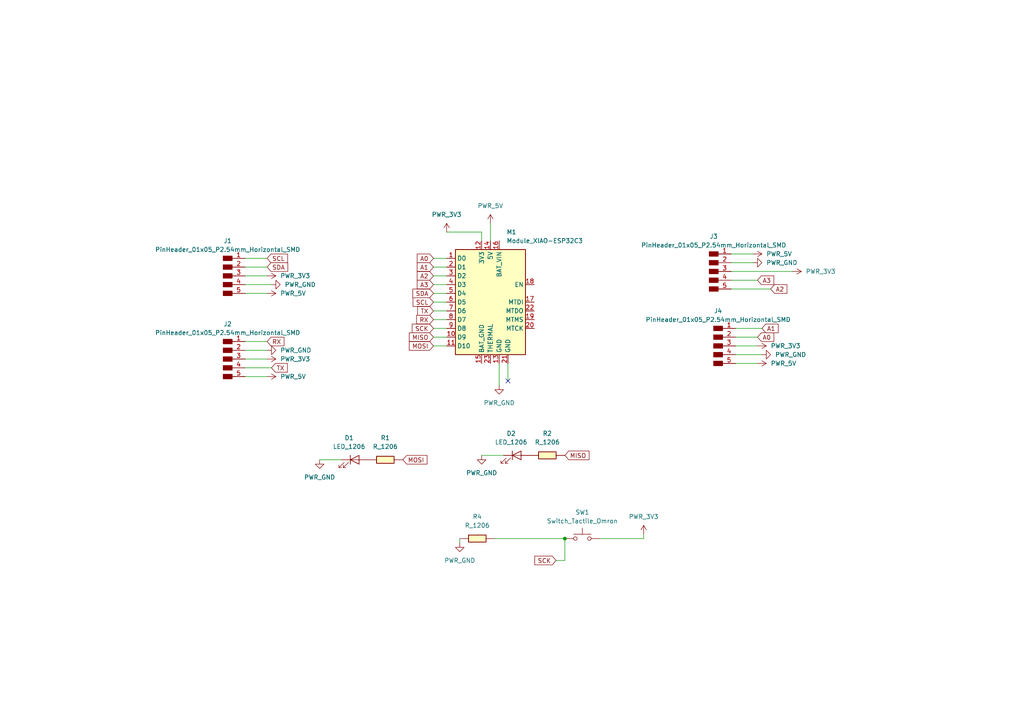
<source format=kicad_sch>
(kicad_sch (version 20250114) (generator "eeschema") (generator_version "9.0")
  (paper "A4")
  (lib_symbols
    (symbol "fab:LED_1206" (pin_numbers (hide yes)) (pin_names (offset 1.016) (hide yes))
      (property "Reference" "D" (at 0 2.54 0))
      (property "Value" "LED_1206" (at 0 -2.54 0))
      (symbol "LED_1206_0_1"
        (polyline (pts (xy -3.048 -0.762) (xy -4.572 -2.286) (xy -3.81 -2.286) (xy -4.572 -2.286) (xy -4.572 -1.524)))
        (polyline (pts (xy -1.778 -0.762) (xy -3.302 -2.286) (xy -2.54 -2.286) (xy -3.302 -2.286) (xy -3.302 -1.524)))
        (polyline (pts (xy -1.27 0) (xy 1.27 0)))
        (polyline (pts (xy -1.27 -1.27) (xy -1.27 1.27)) (stroke (width 0.2032)))
        (polyline (pts (xy 1.27 -1.27) (xy 1.27 1.27) (xy -1.27 0) (xy 1.27 -1.27)) (stroke (width 0.2032)))
      )
      (symbol "LED_1206_1_1"
        (pin passive line (at -3.81 0 0) (length 2.54) (name "K") (number "1"))
        (pin passive line (at 3.81 0 180) (length 2.54) (name "A") (number "2"))
      )
    )
    (symbol "fab:Module_XIAO-ESP32C3"
      (property "Reference" "M" (at -10.16 16.51 0))
      (property "Value" "Module_XIAO-ESP32C3" (at 3.81 16.51 0))
      (symbol "Module_XIAO-ESP32C3_1_1"
        (rectangle (start -10.16 15.24) (end 10.16 -15.24) (stroke (width 0.254)) (fill (type background)))
        (pin bidirectional line (at -12.7 12.7 0) (length 2.54) (name "D0") (number "1"))
        (pin bidirectional line (at -12.7 10.16 0) (length 2.54) (name "D1") (number "2"))
        (pin bidirectional line (at -12.7 7.62 0) (length 2.54) (name "D2") (number "3"))
        (pin bidirectional line (at -12.7 5.08 0) (length 2.54) (name "D3") (number "4"))
        (pin bidirectional line (at -12.7 2.54 0) (length 2.54) (name "D4") (number "5"))
        (pin bidirectional line (at -12.7 0 0) (length 2.54) (name "D5") (number "6"))
        (pin bidirectional line (at -12.7 -2.54 0) (length 2.54) (name "D6") (number "7"))
        (pin bidirectional line (at -12.7 -5.08 0) (length 2.54) (name "D7") (number "8"))
        (pin bidirectional line (at -12.7 -7.62 0) (length 2.54) (name "D8") (number "9"))
        (pin bidirectional line (at -12.7 -10.16 0) (length 2.54) (name "D9") (number "10"))
        (pin bidirectional line (at -12.7 -12.7 0) (length 2.54) (name "D10") (number "11"))
        (pin power_in line (at -2.54 17.78 270) (length 2.54) (name "3V3") (number "12"))
        (pin power_in line (at -2.54 -17.78 90) (length 2.54) (name "BAT_GND") (number "15"))
        (pin power_in line (at 0 17.78 270) (length 2.54) (name "5V") (number "14"))
        (pin power_in line (at 0 -17.78 90) (length 2.54) (name "THERMAL") (number "23"))
        (pin power_in line (at 2.54 17.78 270) (length 2.54) (name "BAT_VIN") (number "16"))
        (pin power_in line (at 2.54 -17.78 90) (length 2.54) (name "GND") (number "13"))
        (pin power_in line (at 5.08 -17.78 90) (length 2.54) (name "GND") (number "21"))
        (pin input line (at 12.7 5.08 180) (length 2.54) (name "EN") (number "18"))
        (pin input line (at 12.7 0 180) (length 2.54) (name "MTDI") (number "17"))
        (pin output line (at 12.7 -2.54 180) (length 2.54) (name "MTDO") (number "22"))
        (pin input line (at 12.7 -5.08 180) (length 2.54) (name "MTMS") (number "19"))
        (pin input line (at 12.7 -7.62 180) (length 2.54) (name "MTCK") (number "20"))
      )
    )
    (symbol "fab:PWR_3V3" (power) (pin_names (offset 0))
      (property "Value" "PWR_3V3" (at 0 3.556 0))
      (symbol "PWR_3V3_0_1"
        (polyline (pts (xy -0.762 1.27) (xy 0 2.54)))
        (polyline (pts (xy 0 2.54) (xy 0.762 1.27)))
        (polyline (pts (xy 0 0) (xy 0 2.54)))
      )
      (symbol "PWR_3V3_1_1"
        (pin power_in line (at 0 0 90) (length 0) (hide yes) (name "PWR_3V3") (number "1"))
      )
    )
    (symbol "fab:PWR_5V" (power) (pin_names (offset 0))
      (property "Value" "PWR_5V" (at 0 3.556 0))
      (symbol "PWR_5V_0_1"
        (polyline (pts (xy -0.762 1.27) (xy 0 2.54)))
        (polyline (pts (xy 0 2.54) (xy 0.762 1.27)))
        (polyline (pts (xy 0 0) (xy 0 2.54)))
      )
      (symbol "PWR_5V_1_1"
        (pin power_in line (at 0 0 90) (length 0) (hide yes) (name "PWR_5V") (number "1"))
      )
    )
    (symbol "fab:PWR_GND" (power) (pin_names (offset 0))
      (property "Value" "PWR_GND" (at 0 -3.81 0))
      (symbol "PWR_GND_0_1"
        (polyline (pts (xy 0 0) (xy 0 -1.27) (xy 1.27 -1.27) (xy 0 -2.54) (xy -1.27 -1.27) (xy 0 -1.27)))
      )
      (symbol "PWR_GND_1_1"
        (pin power_in line (at 0 0 270) (length 0) (hide yes) (name "PWR_GND") (number "1"))
      )
    )
    (symbol "fab:PinHeader_01x05_P2.54mm_Horizontal_SMD" (pin_names (hide yes))
      (property "Reference" "J" (at 0 7.62 0))
      (property "Value" "PinHeader_01x05_P2.54mm_Horizontal_SMD" (at 0 -7.62 0))
      (symbol "PinHeader_01x05_P2.54mm_Horizontal_SMD_1_1"
        (rectangle (start -1.27 5.715) (end 1.27 4.445) (stroke (width 0.254)) (fill (type outline)))
        (rectangle (start -1.27 3.175) (end 1.27 1.905) (stroke (width 0.254)) (fill (type outline)))
        (rectangle (start -1.27 0.635) (end 1.27 -0.635) (stroke (width 0.254)) (fill (type outline)))
        (rectangle (start -1.27 -1.905) (end 1.27 -3.175) (stroke (width 0.254)) (fill (type outline)))
        (rectangle (start -1.27 -4.445) (end 1.27 -5.715) (stroke (width 0.254)) (fill (type outline)))
        (pin passive line (at 5.08 5.08 180) (length 3.81) (name "Pin_1") (number "1"))
        (pin passive line (at 5.08 2.54 180) (length 3.81) (name "Pin_2") (number "2"))
        (pin passive line (at 5.08 0 180) (length 3.81) (name "Pin_3") (number "3"))
        (pin passive line (at 5.08 -2.54 180) (length 3.81) (name "Pin_4") (number "4"))
        (pin passive line (at 5.08 -5.08 180) (length 3.81) (name "Pin_5") (number "5"))
      )
    )
    (symbol "fab:R_1206" (pin_numbers (hide yes)) (pin_names (offset 0))
      (property "Reference" "R" (at 2.54 0 90))
      (property "Value" "R_1206" (at -2.54 0 90))
      (symbol "R_1206_0_1"
        (rectangle (start -1.016 -2.54) (end 1.016 2.54) (stroke (width 0.254)) (fill (type background)))
      )
      (symbol "R_1206_1_1"
        (pin passive line (at 0 5.08 270) (length 2.54) (name "~") (number "1"))
        (pin passive line (at 0 -5.08 90) (length 2.54) (name "~") (number "2"))
      )
    )
    (symbol "fab:Switch_Tactile_Omron" (pin_numbers (hide yes)) (pin_names (offset 1.016) (hide yes))
      (property "Reference" "SW" (at 1.27 2.54 0))
      (property "Value" "Switch_Tactile_Omron" (at 0 -1.524 0))
      (symbol "Switch_Tactile_Omron_0_1"
        (circle (center -2.032 0) (radius 0.508))
        (polyline (pts (xy 0 1.27) (xy 0 3.048)))
        (circle (center 2.032 0) (radius 0.508))
        (polyline (pts (xy 2.54 1.27) (xy -2.54 1.27)))
        (pin passive line (at -5.08 0 0) (length 2.54) (name "1") (number "1"))
        (pin passive line (at 5.08 0 180) (length 2.54) (name "2") (number "2"))
      )
    )
  )
  (junction (at 163.83 156.21))
  (no_connect (at 147.32 110.49))
  (wire (pts (xy 125.73 97.79) (xy 129.54 97.79)))
  (wire (pts (xy 129.54 67.31) (xy 139.7 67.31)))
  (wire (pts (xy 213.36 105.41) (xy 219.71 105.41)))
  (wire (pts (xy 125.73 80.01) (xy 129.54 80.01)))
  (wire (pts (xy 147.32 105.41) (xy 147.32 110.49)))
  (wire (pts (xy 125.73 90.17) (xy 129.54 90.17)))
  (wire (pts (xy 212.09 83.82) (xy 223.52 83.82)))
  (wire (pts (xy 143.51 156.21) (xy 163.83 156.21)))
  (wire (pts (xy 213.36 102.87) (xy 220.98 102.87)))
  (wire (pts (xy 125.73 74.93) (xy 129.54 74.93)))
  (wire (pts (xy 71.12 99.06) (xy 77.47 99.06)))
  (wire (pts (xy 71.12 104.14) (xy 77.47 104.14)))
  (wire (pts (xy 71.12 80.01) (xy 77.47 80.01)))
  (wire (pts (xy 133.35 156.21) (xy 133.35 157.48)))
  (wire (pts (xy 71.12 82.55) (xy 78.74 82.55)))
  (wire (pts (xy 173.99 156.21) (xy 186.69 156.21)))
  (wire (pts (xy 144.78 105.41) (xy 144.78 111.76)))
  (wire (pts (xy 213.36 100.33) (xy 219.71 100.33)))
  (wire (pts (xy 92.71 133.35) (xy 99.06 133.35)))
  (wire (pts (xy 71.12 74.93) (xy 77.47 74.93)))
  (wire (pts (xy 71.12 101.6) (xy 77.47 101.6)))
  (wire (pts (xy 142.24 64.77) (xy 142.24 69.85)))
  (wire (pts (xy 71.12 77.47) (xy 77.47 77.47)))
  (wire (pts (xy 139.7 132.08) (xy 146.05 132.08)))
  (wire (pts (xy 125.73 92.71) (xy 129.54 92.71)))
  (wire (pts (xy 161.29 162.56) (xy 163.83 162.56)))
  (wire (pts (xy 125.73 100.33) (xy 129.54 100.33)))
  (wire (pts (xy 71.12 106.68) (xy 78.74 106.68)))
  (wire (pts (xy 125.73 82.55) (xy 129.54 82.55)))
  (wire (pts (xy 212.09 78.74) (xy 229.87 78.74)))
  (wire (pts (xy 212.09 81.28) (xy 219.71 81.28)))
  (wire (pts (xy 71.12 85.09) (xy 77.47 85.09)))
  (wire (pts (xy 139.7 69.85) (xy 139.7 67.31)))
  (wire (pts (xy 212.09 73.66) (xy 218.44 73.66)))
  (wire (pts (xy 125.73 95.25) (xy 129.54 95.25)))
  (wire (pts (xy 163.83 156.21) (xy 163.83 162.56)))
  (wire (pts (xy 213.36 95.25) (xy 220.98 95.25)))
  (wire (pts (xy 125.73 87.63) (xy 129.54 87.63)))
  (wire (pts (xy 125.73 85.09) (xy 129.54 85.09)))
  (wire (pts (xy 71.12 109.22) (xy 77.47 109.22)))
  (wire (pts (xy 186.69 154.94) (xy 186.69 156.21)))
  (wire (pts (xy 213.36 97.79) (xy 219.71 97.79)))
  (wire (pts (xy 125.73 77.47) (xy 129.54 77.47)))
  (wire (pts (xy 212.09 76.2) (xy 218.44 76.2)))
  (global_label "A0" (shape input) (at 125.73 74.93 180) (property "Intersheetrefs" "${INTERSHEET_REFS}" (effects (hide yes))))
  (global_label "A2" (shape input) (at 125.73 80.01 180) (property "Intersheetrefs" "${INTERSHEET_REFS}" (effects (hide yes))))
  (global_label "A3" (shape input) (at 125.73 82.55 180) (property "Intersheetrefs" "${INTERSHEET_REFS}" (effects (hide yes))))
  (global_label "A3" (shape input) (at 219.71 81.28 0) (property "Intersheetrefs" "${INTERSHEET_REFS}" (effects (hide yes))))
  (global_label "SCL" (shape input) (at 77.47 74.93 0) (property "Intersheetrefs" "${INTERSHEET_REFS}" (effects (hide yes))))
  (global_label "TX" (shape input) (at 125.73 90.17 180) (property "Intersheetrefs" "${INTERSHEET_REFS}" (effects (hide yes))))
  (global_label "A0" (shape input) (at 219.71 97.79 0) (property "Intersheetrefs" "${INTERSHEET_REFS}" (effects (hide yes))))
  (global_label "A2" (shape input) (at 223.52 83.82 0) (property "Intersheetrefs" "${INTERSHEET_REFS}" (effects (hide yes))))
  (global_label "SDA" (shape input) (at 77.47 77.47 0) (property "Intersheetrefs" "${INTERSHEET_REFS}" (effects (hide yes))))
  (global_label "RX" (shape input) (at 77.47 99.06 0) (property "Intersheetrefs" "${INTERSHEET_REFS}" (effects (hide yes))))
  (global_label "A1" (shape input) (at 125.73 77.47 180) (property "Intersheetrefs" "${INTERSHEET_REFS}" (effects (hide yes))))
  (global_label "SDA" (shape input) (at 125.73 85.09 180) (property "Intersheetrefs" "${INTERSHEET_REFS}" (effects (hide yes))))
  (global_label "MISO" (shape input) (at 125.73 97.79 180) (property "Intersheetrefs" "${INTERSHEET_REFS}" (effects (hide yes))))
  (global_label "SCK" (shape input) (at 161.29 162.56 180) (property "Intersheetrefs" "${INTERSHEET_REFS}" (effects (hide yes))))
  (global_label "SCL" (shape input) (at 125.73 87.63 180) (property "Intersheetrefs" "${INTERSHEET_REFS}" (effects (hide yes))))
  (global_label "RX" (shape input) (at 125.73 92.71 180) (property "Intersheetrefs" "${INTERSHEET_REFS}" (effects (hide yes))))
  (global_label "MOSI" (shape input) (at 116.84 133.35 0) (property "Intersheetrefs" "${INTERSHEET_REFS}" (effects (hide yes))))
  (global_label "SCK" (shape input) (at 125.73 95.25 180) (property "Intersheetrefs" "${INTERSHEET_REFS}" (effects (hide yes))))
  (global_label "MOSI" (shape input) (at 125.73 100.33 180) (property "Intersheetrefs" "${INTERSHEET_REFS}" (effects (hide yes))))
  (global_label "A1" (shape input) (at 220.98 95.25 0) (property "Intersheetrefs" "${INTERSHEET_REFS}" (effects (hide yes))))
  (global_label "MISO" (shape input) (at 163.83 132.08 0) (property "Intersheetrefs" "${INTERSHEET_REFS}" (effects (hide yes))))
  (global_label "TX" (shape input) (at 78.74 106.68 0) (property "Intersheetrefs" "${INTERSHEET_REFS}" (effects (hide yes))))
  (symbol (lib_id "fab:PWR_5V") (at 219.71 105.41 270) (unit 1)
    (property "Reference" "#PWR010" (effects (hide yes)))
    (property "Value" "PWR_5V" (at 223.52 105.4099 90) (effects (justify left)))
    (property "Description" "Power symbol creates a global label with name \"+5V\"" (effects (hide yes)))
  )
  (symbol (lib_id "fab:PWR_3V3") (at 186.69 154.94 0) (unit 1)
    (property "Reference" "#PWR020" (effects (hide yes)))
    (property "Value" "PWR_3V3" (at 186.69 149.86 0))
    (property "Description" "Power symbol creates a global label with name \"+3V3\"" (effects (hide yes)))
  )
  (symbol (lib_id "fab:PWR_3V3") (at 229.87 78.74 270) (unit 1)
    (property "Reference" "#PWR07" (effects (hide yes)))
    (property "Value" "PWR_3V3" (at 233.68 78.7399 90) (effects (justify left)))
    (property "Description" "Power symbol creates a global label with name \"+3V3\"" (effects (hide yes)))
  )
  (symbol (lib_id "fab:PinHeader_01x05_P2.54mm_Horizontal_SMD") (at 66.04 80.01 0) (unit 1)
    (property "Reference" "J1" (at 66.04 69.85 0))
    (property "Value" "PinHeader_01x05_P2.54mm_Horizontal_SMD" (at 66.04 72.39 0))
    (property "Footprint" "fab:PinHeader_01x05_P2.54mm_Horizontal_SMD" (effects (hide yes)))
    (property "Description" "Male connector, single row" (effects (hide yes)))
  )
  (symbol (lib_id "fab:PWR_3V3") (at 219.71 100.33 270) (unit 1)
    (property "Reference" "#PWR012" (effects (hide yes)))
    (property "Value" "PWR_3V3" (at 223.52 100.3299 90) (effects (justify left)))
    (property "Description" "Power symbol creates a global label with name \"+3V3\"" (effects (hide yes)))
  )
  (symbol (lib_id "fab:PWR_GND") (at 133.35 157.48 0) (unit 1)
    (property "Reference" "#PWR021" (effects (hide yes)))
    (property "Value" "PWR_GND" (at 133.35 162.56 0))
    (property "Description" "Power symbol creates a global label with name \"GND\" , ground" (effects (hide yes)))
  )
  (symbol (lib_id "fab:Switch_Tactile_Omron") (at 168.91 156.21 0) (unit 1)
    (property "Reference" "SW1" (at 168.91 148.59 0))
    (property "Value" "Switch_Tactile_Omron" (at 168.91 151.13 0))
    (property "Footprint" "fab:Button_Omron_B3SN_6.0x6.0mm" (effects (hide yes)))
    (property "Datasheet" "https://omronfs.omron.com/en_US/ecb/products/pdf/en-b3sn.pdf" (effects (hide yes)))
    (property "Description" "Push button switch, Omron, B3SN, Sealed Tactile Switch (SMT), SPST-NO Top Actuated Surface Mount" (effects (hide yes)))
  )
  (symbol (lib_id "fab:PWR_GND") (at 92.71 133.35 0) (unit 1)
    (property "Reference" "#PWR016" (effects (hide yes)))
    (property "Value" "PWR_GND" (at 92.71 138.43 0))
    (property "Description" "Power symbol creates a global label with name \"GND\" , ground" (effects (hide yes)))
  )
  (symbol (lib_id "fab:PinHeader_01x05_P2.54mm_Horizontal_SMD") (at 208.28 100.33 0) (unit 1)
    (property "Reference" "J4" (at 208.28 90.17 0))
    (property "Value" "PinHeader_01x05_P2.54mm_Horizontal_SMD" (at 208.28 92.71 0))
    (property "Footprint" "fab:PinHeader_01x05_P2.54mm_Horizontal_SMD" (effects (hide yes)))
    (property "Description" "Male connector, single row" (effects (hide yes)))
  )
  (symbol (lib_id "fab:PinHeader_01x05_P2.54mm_Horizontal_SMD") (at 66.04 104.14 0) (unit 1)
    (property "Reference" "J2" (at 66.04 93.98 0))
    (property "Value" "PinHeader_01x05_P2.54mm_Horizontal_SMD" (at 66.04 96.52 0))
    (property "Footprint" "fab:PinHeader_01x05_P2.54mm_Horizontal_SMD" (effects (hide yes)))
    (property "Description" "Male connector, single row" (effects (hide yes)))
  )
  (symbol (lib_id "fab:PWR_GND") (at 77.47 101.6 90) (unit 1)
    (property "Reference" "#PWR04" (effects (hide yes)))
    (property "Value" "PWR_GND" (at 81.28 101.5999 90) (effects (justify right)))
    (property "Description" "Power symbol creates a global label with name \"GND\" , ground" (effects (hide yes)))
  )
  (symbol (lib_id "fab:PWR_GND") (at 139.7 132.08 0) (unit 1)
    (property "Reference" "#PWR017" (effects (hide yes)))
    (property "Value" "PWR_GND" (at 139.7 137.16 0))
    (property "Description" "Power symbol creates a global label with name \"GND\" , ground" (effects (hide yes)))
  )
  (symbol (lib_id "fab:R_1206") (at 138.43 156.21 90) (unit 1)
    (property "Reference" "R4" (at 138.43 149.86 90))
    (property "Value" "R_1206" (at 138.43 152.4 90))
    (property "Footprint" "fab:R_1206" (effects (hide yes)))
    (property "Description" "Resistor" (effects (hide yes)))
  )
  (symbol (lib_id "fab:PWR_5V") (at 77.47 109.22 270) (unit 1)
    (property "Reference" "#PWR06" (effects (hide yes)))
    (property "Value" "PWR_5V" (at 81.28 109.2199 90) (effects (justify left)))
    (property "Description" "Power symbol creates a global label with name \"+5V\"" (effects (hide yes)))
  )
  (symbol (lib_id "fab:R_1206") (at 111.76 133.35 90) (unit 1)
    (property "Reference" "R1" (at 111.76 127 90))
    (property "Value" "R_1206" (at 111.76 129.54 90))
    (property "Footprint" "fab:R_1206" (effects (hide yes)))
    (property "Description" "Resistor" (effects (hide yes)))
  )
  (symbol (lib_id "fab:PinHeader_01x05_P2.54mm_Horizontal_SMD") (at 207.01 78.74 0) (unit 1)
    (property "Reference" "J3" (at 207.01 68.58 0))
    (property "Value" "PinHeader_01x05_P2.54mm_Horizontal_SMD" (at 207.01 71.12 0))
    (property "Footprint" "fab:PinHeader_01x05_P2.54mm_Horizontal_SMD" (effects (hide yes)))
    (property "Description" "Male connector, single row" (effects (hide yes)))
  )
  (symbol (lib_id "fab:PWR_5V") (at 77.47 85.09 270) (unit 1)
    (property "Reference" "#PWR03" (effects (hide yes)))
    (property "Value" "PWR_5V" (at 81.28 85.0899 90) (effects (justify left)))
    (property "Description" "Power symbol creates a global label with name \"+5V\"" (effects (hide yes)))
  )
  (symbol (lib_id "fab:PWR_GND") (at 78.74 82.55 90) (unit 1)
    (property "Reference" "#PWR02" (effects (hide yes)))
    (property "Value" "PWR_GND" (at 82.55 82.5499 90) (effects (justify right)))
    (property "Description" "Power symbol creates a global label with name \"GND\" , ground" (effects (hide yes)))
  )
  (symbol (lib_id "fab:PWR_3V3") (at 129.54 67.31 0) (unit 1)
    (property "Reference" "#PWR015" (effects (hide yes)))
    (property "Value" "PWR_3V3" (at 129.54 62.23 0))
    (property "Description" "Power symbol creates a global label with name \"+3V3\"" (effects (hide yes)))
  )
  (symbol (lib_id "fab:PWR_3V3") (at 77.47 104.14 270) (unit 1)
    (property "Reference" "#PWR05" (effects (hide yes)))
    (property "Value" "PWR_3V3" (at 81.28 104.1399 90) (effects (justify left)))
    (property "Description" "Power symbol creates a global label with name \"+3V3\"" (effects (hide yes)))
  )
  (symbol (lib_id "fab:PWR_GND") (at 220.98 102.87 90) (unit 1)
    (property "Reference" "#PWR011" (effects (hide yes)))
    (property "Value" "PWR_GND" (at 224.79 102.8699 90) (effects (justify right)))
    (property "Description" "Power symbol creates a global label with name \"GND\" , ground" (effects (hide yes)))
  )
  (symbol (lib_id "fab:Module_XIAO-ESP32C3") (at 142.24 87.63 0) (unit 1)
    (property "Reference" "M1" (at 146.9233 67.31 0) (effects (justify left)))
    (property "Value" "Module_XIAO-ESP32C3" (at 146.9233 69.85 0) (effects (justify left)))
    (property "Footprint" "fab:SeeedStudio_XIAO_ESP32C3" (effects (hide yes)))
    (property "Datasheet" "https://wiki.seeedstudio.com/XIAO_ESP32C3_Getting_Started/" (effects (hide yes)))
    (property "Description" "ESP32-C3 Transceiver; 802.11 a/b/g/n (Wi-Fi, WiFi, WLAN), Bluetooth® Smart 4.x Low Energy (BLE) 2.4GHz Evaluation Board" (effects (hide yes)))
  )
  (symbol (lib_id "fab:PWR_3V3") (at 77.47 80.01 270) (unit 1)
    (property "Reference" "#PWR01" (effects (hide yes)))
    (property "Value" "PWR_3V3" (at 81.28 80.0099 90) (effects (justify left)))
    (property "Description" "Power symbol creates a global label with name \"+3V3\"" (effects (hide yes)))
  )
  (symbol (lib_id "fab:LED_1206") (at 149.86 132.08 0) (unit 1)
    (property "Reference" "D2" (at 148.2598 125.73 0))
    (property "Value" "LED_1206" (at 148.2598 128.27 0))
    (property "Footprint" "fab:LED_1206" (effects (hide yes)))
    (property "Datasheet" "https://optoelectronics.liteon.com/upload/download/DS-22-98-0002/LTST-C150CKT.pdf" (effects (hide yes)))
    (property "Description" "Light emitting diode, Lite-On Inc. LTST, SMD" (effects (hide yes)))
  )
  (symbol (lib_id "fab:PWR_GND") (at 144.78 111.76 0) (unit 1)
    (property "Reference" "#PWR013" (effects (hide yes)))
    (property "Value" "PWR_GND" (at 144.78 116.84 0))
    (property "Description" "Power symbol creates a global label with name \"GND\" , ground" (effects (hide yes)))
  )
  (symbol (lib_id "fab:LED_1206") (at 102.87 133.35 0) (unit 1)
    (property "Reference" "D1" (at 101.2698 127 0))
    (property "Value" "LED_1206" (at 101.2698 129.54 0))
    (property "Footprint" "fab:LED_1206" (effects (hide yes)))
    (property "Datasheet" "https://optoelectronics.liteon.com/upload/download/DS-22-98-0002/LTST-C150CKT.pdf" (effects (hide yes)))
    (property "Description" "Light emitting diode, Lite-On Inc. LTST, SMD" (effects (hide yes)))
  )
  (symbol (lib_id "fab:PWR_5V") (at 142.24 64.77 0) (unit 1)
    (property "Reference" "#PWR014" (effects (hide yes)))
    (property "Value" "PWR_5V" (at 142.24 59.69 0))
    (property "Description" "Power symbol creates a global label with name \"+5V\"" (effects (hide yes)))
  )
  (symbol (lib_id "fab:R_1206") (at 158.75 132.08 90) (unit 1)
    (property "Reference" "R2" (at 158.75 125.73 90))
    (property "Value" "R_1206" (at 158.75 128.27 90))
    (property "Footprint" "fab:R_1206" (effects (hide yes)))
    (property "Description" "Resistor" (effects (hide yes)))
  )
  (symbol (lib_id "fab:PWR_GND") (at 218.44 76.2 90) (unit 1)
    (property "Reference" "#PWR08" (effects (hide yes)))
    (property "Value" "PWR_GND" (at 222.25 76.1999 90) (effects (justify right)))
    (property "Description" "Power symbol creates a global label with name \"GND\" , ground" (effects (hide yes)))
  )
  (symbol (lib_id "fab:PWR_5V") (at 218.44 73.66 270) (unit 1)
    (property "Reference" "#PWR09" (effects (hide yes)))
    (property "Value" "PWR_5V" (at 222.25 73.6599 90) (effects (justify left)))
    (property "Description" "Power symbol creates a global label with name \"+5V\"" (effects (hide yes)))
  )
)
</source>
